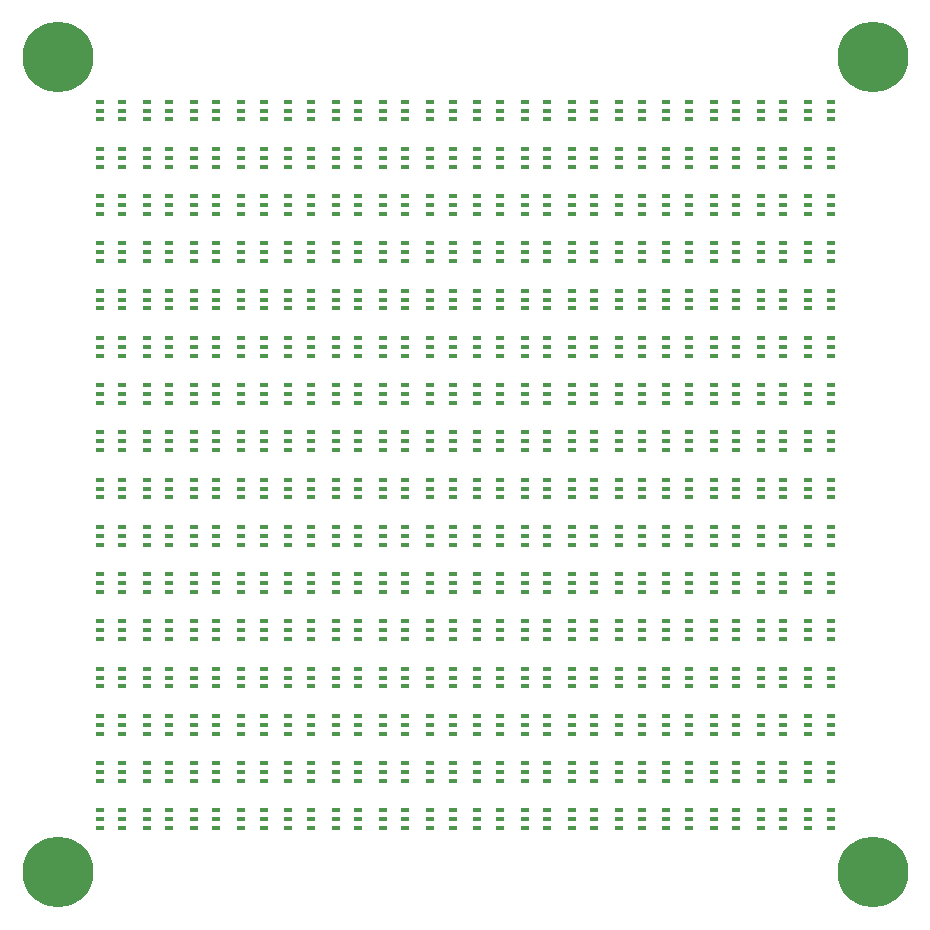
<source format=gbr>
G04 #@! TF.FileFunction,Soldermask,Top*
%FSLAX46Y46*%
G04 Gerber Fmt 4.6, Leading zero omitted, Abs format (unit mm)*
G04 Created by KiCad (PCBNEW 4.0.7) date 05/12/18 12:12:21*
%MOMM*%
%LPD*%
G01*
G04 APERTURE LIST*
%ADD10C,0.100000*%
%ADD11R,0.700000X0.350000*%
%ADD12C,6.000000*%
G04 APERTURE END LIST*
D10*
D11*
X109450000Y-133250000D03*
X107550000Y-133250000D03*
X109450000Y-132500000D03*
X107550000Y-132500000D03*
X109450000Y-131750000D03*
X107550000Y-131750000D03*
X125450000Y-129250000D03*
X123550000Y-129250000D03*
X125450000Y-128500000D03*
X123550000Y-128500000D03*
X125450000Y-127750000D03*
X123550000Y-127750000D03*
X161450000Y-125250000D03*
X159550000Y-125250000D03*
X161450000Y-124500000D03*
X159550000Y-124500000D03*
X161450000Y-123750000D03*
X159550000Y-123750000D03*
X121450000Y-109250000D03*
X119550000Y-109250000D03*
X121450000Y-108500000D03*
X119550000Y-108500000D03*
X121450000Y-107750000D03*
X119550000Y-107750000D03*
D12*
X100000000Y-100000000D03*
X100000000Y-169000000D03*
X169000000Y-169000000D03*
X169000000Y-100000000D03*
D11*
X105450000Y-105250000D03*
X103550000Y-105250000D03*
X105450000Y-104500000D03*
X103550000Y-104500000D03*
X105450000Y-103750000D03*
X103550000Y-103750000D03*
X109450000Y-105250000D03*
X107550000Y-105250000D03*
X109450000Y-104500000D03*
X107550000Y-104500000D03*
X109450000Y-103750000D03*
X107550000Y-103750000D03*
X113450000Y-105250000D03*
X111550000Y-105250000D03*
X113450000Y-104500000D03*
X111550000Y-104500000D03*
X113450000Y-103750000D03*
X111550000Y-103750000D03*
X117450000Y-105250000D03*
X115550000Y-105250000D03*
X117450000Y-104500000D03*
X115550000Y-104500000D03*
X117450000Y-103750000D03*
X115550000Y-103750000D03*
X121450000Y-105250000D03*
X119550000Y-105250000D03*
X121450000Y-104500000D03*
X119550000Y-104500000D03*
X121450000Y-103750000D03*
X119550000Y-103750000D03*
X125450000Y-105250000D03*
X123550000Y-105250000D03*
X125450000Y-104500000D03*
X123550000Y-104500000D03*
X125450000Y-103750000D03*
X123550000Y-103750000D03*
X129450000Y-105250000D03*
X127550000Y-105250000D03*
X129450000Y-104500000D03*
X127550000Y-104500000D03*
X129450000Y-103750000D03*
X127550000Y-103750000D03*
X133450000Y-105250000D03*
X131550000Y-105250000D03*
X133450000Y-104500000D03*
X131550000Y-104500000D03*
X133450000Y-103750000D03*
X131550000Y-103750000D03*
X137450000Y-105250000D03*
X135550000Y-105250000D03*
X137450000Y-104500000D03*
X135550000Y-104500000D03*
X137450000Y-103750000D03*
X135550000Y-103750000D03*
X141450000Y-105250000D03*
X139550000Y-105250000D03*
X141450000Y-104500000D03*
X139550000Y-104500000D03*
X141450000Y-103750000D03*
X139550000Y-103750000D03*
X145450000Y-105250000D03*
X143550000Y-105250000D03*
X145450000Y-104500000D03*
X143550000Y-104500000D03*
X145450000Y-103750000D03*
X143550000Y-103750000D03*
X149450000Y-105250000D03*
X147550000Y-105250000D03*
X149450000Y-104500000D03*
X147550000Y-104500000D03*
X149450000Y-103750000D03*
X147550000Y-103750000D03*
X153450000Y-105250000D03*
X151550000Y-105250000D03*
X153450000Y-104500000D03*
X151550000Y-104500000D03*
X153450000Y-103750000D03*
X151550000Y-103750000D03*
X157450000Y-105250000D03*
X155550000Y-105250000D03*
X157450000Y-104500000D03*
X155550000Y-104500000D03*
X157450000Y-103750000D03*
X155550000Y-103750000D03*
X161450000Y-105250000D03*
X159550000Y-105250000D03*
X161450000Y-104500000D03*
X159550000Y-104500000D03*
X161450000Y-103750000D03*
X159550000Y-103750000D03*
X165450000Y-105250000D03*
X163550000Y-105250000D03*
X165450000Y-104500000D03*
X163550000Y-104500000D03*
X165450000Y-103750000D03*
X163550000Y-103750000D03*
X105450000Y-109250000D03*
X103550000Y-109250000D03*
X105450000Y-108500000D03*
X103550000Y-108500000D03*
X105450000Y-107750000D03*
X103550000Y-107750000D03*
X109450000Y-109250000D03*
X107550000Y-109250000D03*
X109450000Y-108500000D03*
X107550000Y-108500000D03*
X109450000Y-107750000D03*
X107550000Y-107750000D03*
X113450000Y-109250000D03*
X111550000Y-109250000D03*
X113450000Y-108500000D03*
X111550000Y-108500000D03*
X113450000Y-107750000D03*
X111550000Y-107750000D03*
X117450000Y-109250000D03*
X115550000Y-109250000D03*
X117450000Y-108500000D03*
X115550000Y-108500000D03*
X117450000Y-107750000D03*
X115550000Y-107750000D03*
X125450000Y-109250000D03*
X123550000Y-109250000D03*
X125450000Y-108500000D03*
X123550000Y-108500000D03*
X125450000Y-107750000D03*
X123550000Y-107750000D03*
X129450000Y-109250000D03*
X127550000Y-109250000D03*
X129450000Y-108500000D03*
X127550000Y-108500000D03*
X129450000Y-107750000D03*
X127550000Y-107750000D03*
X133450000Y-109250000D03*
X131550000Y-109250000D03*
X133450000Y-108500000D03*
X131550000Y-108500000D03*
X133450000Y-107750000D03*
X131550000Y-107750000D03*
X137450000Y-109250000D03*
X135550000Y-109250000D03*
X137450000Y-108500000D03*
X135550000Y-108500000D03*
X137450000Y-107750000D03*
X135550000Y-107750000D03*
X141450000Y-109250000D03*
X139550000Y-109250000D03*
X141450000Y-108500000D03*
X139550000Y-108500000D03*
X141450000Y-107750000D03*
X139550000Y-107750000D03*
X145450000Y-109250000D03*
X143550000Y-109250000D03*
X145450000Y-108500000D03*
X143550000Y-108500000D03*
X145450000Y-107750000D03*
X143550000Y-107750000D03*
X149450000Y-109250000D03*
X147550000Y-109250000D03*
X149450000Y-108500000D03*
X147550000Y-108500000D03*
X149450000Y-107750000D03*
X147550000Y-107750000D03*
X153450000Y-109250000D03*
X151550000Y-109250000D03*
X153450000Y-108500000D03*
X151550000Y-108500000D03*
X153450000Y-107750000D03*
X151550000Y-107750000D03*
X157450000Y-109250000D03*
X155550000Y-109250000D03*
X157450000Y-108500000D03*
X155550000Y-108500000D03*
X157450000Y-107750000D03*
X155550000Y-107750000D03*
X161450000Y-109250000D03*
X159550000Y-109250000D03*
X161450000Y-108500000D03*
X159550000Y-108500000D03*
X161450000Y-107750000D03*
X159550000Y-107750000D03*
X165450000Y-109250000D03*
X163550000Y-109250000D03*
X165450000Y-108500000D03*
X163550000Y-108500000D03*
X165450000Y-107750000D03*
X163550000Y-107750000D03*
X105450000Y-113250000D03*
X103550000Y-113250000D03*
X105450000Y-112500000D03*
X103550000Y-112500000D03*
X105450000Y-111750000D03*
X103550000Y-111750000D03*
X109450000Y-113250000D03*
X107550000Y-113250000D03*
X109450000Y-112500000D03*
X107550000Y-112500000D03*
X109450000Y-111750000D03*
X107550000Y-111750000D03*
X113450000Y-113250000D03*
X111550000Y-113250000D03*
X113450000Y-112500000D03*
X111550000Y-112500000D03*
X113450000Y-111750000D03*
X111550000Y-111750000D03*
X117450000Y-113250000D03*
X115550000Y-113250000D03*
X117450000Y-112500000D03*
X115550000Y-112500000D03*
X117450000Y-111750000D03*
X115550000Y-111750000D03*
X121450000Y-113250000D03*
X119550000Y-113250000D03*
X121450000Y-112500000D03*
X119550000Y-112500000D03*
X121450000Y-111750000D03*
X119550000Y-111750000D03*
X125450000Y-113250000D03*
X123550000Y-113250000D03*
X125450000Y-112500000D03*
X123550000Y-112500000D03*
X125450000Y-111750000D03*
X123550000Y-111750000D03*
X129450000Y-113250000D03*
X127550000Y-113250000D03*
X129450000Y-112500000D03*
X127550000Y-112500000D03*
X129450000Y-111750000D03*
X127550000Y-111750000D03*
X133450000Y-113250000D03*
X131550000Y-113250000D03*
X133450000Y-112500000D03*
X131550000Y-112500000D03*
X133450000Y-111750000D03*
X131550000Y-111750000D03*
X137450000Y-113250000D03*
X135550000Y-113250000D03*
X137450000Y-112500000D03*
X135550000Y-112500000D03*
X137450000Y-111750000D03*
X135550000Y-111750000D03*
X141450000Y-113250000D03*
X139550000Y-113250000D03*
X141450000Y-112500000D03*
X139550000Y-112500000D03*
X141450000Y-111750000D03*
X139550000Y-111750000D03*
X145450000Y-113250000D03*
X143550000Y-113250000D03*
X145450000Y-112500000D03*
X143550000Y-112500000D03*
X145450000Y-111750000D03*
X143550000Y-111750000D03*
X149450000Y-113250000D03*
X147550000Y-113250000D03*
X149450000Y-112500000D03*
X147550000Y-112500000D03*
X149450000Y-111750000D03*
X147550000Y-111750000D03*
X153450000Y-113250000D03*
X151550000Y-113250000D03*
X153450000Y-112500000D03*
X151550000Y-112500000D03*
X153450000Y-111750000D03*
X151550000Y-111750000D03*
X157450000Y-113250000D03*
X155550000Y-113250000D03*
X157450000Y-112500000D03*
X155550000Y-112500000D03*
X157450000Y-111750000D03*
X155550000Y-111750000D03*
X161450000Y-113250000D03*
X159550000Y-113250000D03*
X161450000Y-112500000D03*
X159550000Y-112500000D03*
X161450000Y-111750000D03*
X159550000Y-111750000D03*
X165450000Y-113250000D03*
X163550000Y-113250000D03*
X165450000Y-112500000D03*
X163550000Y-112500000D03*
X165450000Y-111750000D03*
X163550000Y-111750000D03*
X105450000Y-117250000D03*
X103550000Y-117250000D03*
X105450000Y-116500000D03*
X103550000Y-116500000D03*
X105450000Y-115750000D03*
X103550000Y-115750000D03*
X109450000Y-117250000D03*
X107550000Y-117250000D03*
X109450000Y-116500000D03*
X107550000Y-116500000D03*
X109450000Y-115750000D03*
X107550000Y-115750000D03*
X113450000Y-117250000D03*
X111550000Y-117250000D03*
X113450000Y-116500000D03*
X111550000Y-116500000D03*
X113450000Y-115750000D03*
X111550000Y-115750000D03*
X117450000Y-117250000D03*
X115550000Y-117250000D03*
X117450000Y-116500000D03*
X115550000Y-116500000D03*
X117450000Y-115750000D03*
X115550000Y-115750000D03*
X121450000Y-117250000D03*
X119550000Y-117250000D03*
X121450000Y-116500000D03*
X119550000Y-116500000D03*
X121450000Y-115750000D03*
X119550000Y-115750000D03*
X125450000Y-117250000D03*
X123550000Y-117250000D03*
X125450000Y-116500000D03*
X123550000Y-116500000D03*
X125450000Y-115750000D03*
X123550000Y-115750000D03*
X129450000Y-117250000D03*
X127550000Y-117250000D03*
X129450000Y-116500000D03*
X127550000Y-116500000D03*
X129450000Y-115750000D03*
X127550000Y-115750000D03*
X133450000Y-117250000D03*
X131550000Y-117250000D03*
X133450000Y-116500000D03*
X131550000Y-116500000D03*
X133450000Y-115750000D03*
X131550000Y-115750000D03*
X137450000Y-117250000D03*
X135550000Y-117250000D03*
X137450000Y-116500000D03*
X135550000Y-116500000D03*
X137450000Y-115750000D03*
X135550000Y-115750000D03*
X141450000Y-117250000D03*
X139550000Y-117250000D03*
X141450000Y-116500000D03*
X139550000Y-116500000D03*
X141450000Y-115750000D03*
X139550000Y-115750000D03*
X145450000Y-117250000D03*
X143550000Y-117250000D03*
X145450000Y-116500000D03*
X143550000Y-116500000D03*
X145450000Y-115750000D03*
X143550000Y-115750000D03*
X149450000Y-117250000D03*
X147550000Y-117250000D03*
X149450000Y-116500000D03*
X147550000Y-116500000D03*
X149450000Y-115750000D03*
X147550000Y-115750000D03*
X153450000Y-117250000D03*
X151550000Y-117250000D03*
X153450000Y-116500000D03*
X151550000Y-116500000D03*
X153450000Y-115750000D03*
X151550000Y-115750000D03*
X157450000Y-117250000D03*
X155550000Y-117250000D03*
X157450000Y-116500000D03*
X155550000Y-116500000D03*
X157450000Y-115750000D03*
X155550000Y-115750000D03*
X161450000Y-117250000D03*
X159550000Y-117250000D03*
X161450000Y-116500000D03*
X159550000Y-116500000D03*
X161450000Y-115750000D03*
X159550000Y-115750000D03*
X165450000Y-117250000D03*
X163550000Y-117250000D03*
X165450000Y-116500000D03*
X163550000Y-116500000D03*
X165450000Y-115750000D03*
X163550000Y-115750000D03*
X105450000Y-121250000D03*
X103550000Y-121250000D03*
X105450000Y-120500000D03*
X103550000Y-120500000D03*
X105450000Y-119750000D03*
X103550000Y-119750000D03*
X109450000Y-121250000D03*
X107550000Y-121250000D03*
X109450000Y-120500000D03*
X107550000Y-120500000D03*
X109450000Y-119750000D03*
X107550000Y-119750000D03*
X113450000Y-121250000D03*
X111550000Y-121250000D03*
X113450000Y-120500000D03*
X111550000Y-120500000D03*
X113450000Y-119750000D03*
X111550000Y-119750000D03*
X117450000Y-121250000D03*
X115550000Y-121250000D03*
X117450000Y-120500000D03*
X115550000Y-120500000D03*
X117450000Y-119750000D03*
X115550000Y-119750000D03*
X121450000Y-121250000D03*
X119550000Y-121250000D03*
X121450000Y-120500000D03*
X119550000Y-120500000D03*
X121450000Y-119750000D03*
X119550000Y-119750000D03*
X125450000Y-121250000D03*
X123550000Y-121250000D03*
X125450000Y-120500000D03*
X123550000Y-120500000D03*
X125450000Y-119750000D03*
X123550000Y-119750000D03*
X129450000Y-121250000D03*
X127550000Y-121250000D03*
X129450000Y-120500000D03*
X127550000Y-120500000D03*
X129450000Y-119750000D03*
X127550000Y-119750000D03*
X133450000Y-121250000D03*
X131550000Y-121250000D03*
X133450000Y-120500000D03*
X131550000Y-120500000D03*
X133450000Y-119750000D03*
X131550000Y-119750000D03*
X137450000Y-121250000D03*
X135550000Y-121250000D03*
X137450000Y-120500000D03*
X135550000Y-120500000D03*
X137450000Y-119750000D03*
X135550000Y-119750000D03*
X141450000Y-121250000D03*
X139550000Y-121250000D03*
X141450000Y-120500000D03*
X139550000Y-120500000D03*
X141450000Y-119750000D03*
X139550000Y-119750000D03*
X145450000Y-121250000D03*
X143550000Y-121250000D03*
X145450000Y-120500000D03*
X143550000Y-120500000D03*
X145450000Y-119750000D03*
X143550000Y-119750000D03*
X149450000Y-121250000D03*
X147550000Y-121250000D03*
X149450000Y-120500000D03*
X147550000Y-120500000D03*
X149450000Y-119750000D03*
X147550000Y-119750000D03*
X153450000Y-121250000D03*
X151550000Y-121250000D03*
X153450000Y-120500000D03*
X151550000Y-120500000D03*
X153450000Y-119750000D03*
X151550000Y-119750000D03*
X157450000Y-121250000D03*
X155550000Y-121250000D03*
X157450000Y-120500000D03*
X155550000Y-120500000D03*
X157450000Y-119750000D03*
X155550000Y-119750000D03*
X161450000Y-121250000D03*
X159550000Y-121250000D03*
X161450000Y-120500000D03*
X159550000Y-120500000D03*
X161450000Y-119750000D03*
X159550000Y-119750000D03*
X165450000Y-121250000D03*
X163550000Y-121250000D03*
X165450000Y-120500000D03*
X163550000Y-120500000D03*
X165450000Y-119750000D03*
X163550000Y-119750000D03*
X105450000Y-125250000D03*
X103550000Y-125250000D03*
X105450000Y-124500000D03*
X103550000Y-124500000D03*
X105450000Y-123750000D03*
X103550000Y-123750000D03*
X109450000Y-125250000D03*
X107550000Y-125250000D03*
X109450000Y-124500000D03*
X107550000Y-124500000D03*
X109450000Y-123750000D03*
X107550000Y-123750000D03*
X113450000Y-125250000D03*
X111550000Y-125250000D03*
X113450000Y-124500000D03*
X111550000Y-124500000D03*
X113450000Y-123750000D03*
X111550000Y-123750000D03*
X117450000Y-125250000D03*
X115550000Y-125250000D03*
X117450000Y-124500000D03*
X115550000Y-124500000D03*
X117450000Y-123750000D03*
X115550000Y-123750000D03*
X121450000Y-125250000D03*
X119550000Y-125250000D03*
X121450000Y-124500000D03*
X119550000Y-124500000D03*
X121450000Y-123750000D03*
X119550000Y-123750000D03*
X125450000Y-125250000D03*
X123550000Y-125250000D03*
X125450000Y-124500000D03*
X123550000Y-124500000D03*
X125450000Y-123750000D03*
X123550000Y-123750000D03*
X129450000Y-125250000D03*
X127550000Y-125250000D03*
X129450000Y-124500000D03*
X127550000Y-124500000D03*
X129450000Y-123750000D03*
X127550000Y-123750000D03*
X133450000Y-125250000D03*
X131550000Y-125250000D03*
X133450000Y-124500000D03*
X131550000Y-124500000D03*
X133450000Y-123750000D03*
X131550000Y-123750000D03*
X137450000Y-125250000D03*
X135550000Y-125250000D03*
X137450000Y-124500000D03*
X135550000Y-124500000D03*
X137450000Y-123750000D03*
X135550000Y-123750000D03*
X141450000Y-125250000D03*
X139550000Y-125250000D03*
X141450000Y-124500000D03*
X139550000Y-124500000D03*
X141450000Y-123750000D03*
X139550000Y-123750000D03*
X145450000Y-125250000D03*
X143550000Y-125250000D03*
X145450000Y-124500000D03*
X143550000Y-124500000D03*
X145450000Y-123750000D03*
X143550000Y-123750000D03*
X149450000Y-125250000D03*
X147550000Y-125250000D03*
X149450000Y-124500000D03*
X147550000Y-124500000D03*
X149450000Y-123750000D03*
X147550000Y-123750000D03*
X153450000Y-125250000D03*
X151550000Y-125250000D03*
X153450000Y-124500000D03*
X151550000Y-124500000D03*
X153450000Y-123750000D03*
X151550000Y-123750000D03*
X157450000Y-125250000D03*
X155550000Y-125250000D03*
X157450000Y-124500000D03*
X155550000Y-124500000D03*
X157450000Y-123750000D03*
X155550000Y-123750000D03*
X165450000Y-125250000D03*
X163550000Y-125250000D03*
X165450000Y-124500000D03*
X163550000Y-124500000D03*
X165450000Y-123750000D03*
X163550000Y-123750000D03*
X105450000Y-129250000D03*
X103550000Y-129250000D03*
X105450000Y-128500000D03*
X103550000Y-128500000D03*
X105450000Y-127750000D03*
X103550000Y-127750000D03*
X109450000Y-129250000D03*
X107550000Y-129250000D03*
X109450000Y-128500000D03*
X107550000Y-128500000D03*
X109450000Y-127750000D03*
X107550000Y-127750000D03*
X113450000Y-129250000D03*
X111550000Y-129250000D03*
X113450000Y-128500000D03*
X111550000Y-128500000D03*
X113450000Y-127750000D03*
X111550000Y-127750000D03*
X117450000Y-129250000D03*
X115550000Y-129250000D03*
X117450000Y-128500000D03*
X115550000Y-128500000D03*
X117450000Y-127750000D03*
X115550000Y-127750000D03*
X121450000Y-129250000D03*
X119550000Y-129250000D03*
X121450000Y-128500000D03*
X119550000Y-128500000D03*
X121450000Y-127750000D03*
X119550000Y-127750000D03*
X129450000Y-129250000D03*
X127550000Y-129250000D03*
X129450000Y-128500000D03*
X127550000Y-128500000D03*
X129450000Y-127750000D03*
X127550000Y-127750000D03*
X133450000Y-129250000D03*
X131550000Y-129250000D03*
X133450000Y-128500000D03*
X131550000Y-128500000D03*
X133450000Y-127750000D03*
X131550000Y-127750000D03*
X137450000Y-129250000D03*
X135550000Y-129250000D03*
X137450000Y-128500000D03*
X135550000Y-128500000D03*
X137450000Y-127750000D03*
X135550000Y-127750000D03*
X141450000Y-129250000D03*
X139550000Y-129250000D03*
X141450000Y-128500000D03*
X139550000Y-128500000D03*
X141450000Y-127750000D03*
X139550000Y-127750000D03*
X145450000Y-129250000D03*
X143550000Y-129250000D03*
X145450000Y-128500000D03*
X143550000Y-128500000D03*
X145450000Y-127750000D03*
X143550000Y-127750000D03*
X149450000Y-129250000D03*
X147550000Y-129250000D03*
X149450000Y-128500000D03*
X147550000Y-128500000D03*
X149450000Y-127750000D03*
X147550000Y-127750000D03*
X153450000Y-129250000D03*
X151550000Y-129250000D03*
X153450000Y-128500000D03*
X151550000Y-128500000D03*
X153450000Y-127750000D03*
X151550000Y-127750000D03*
X157450000Y-129250000D03*
X155550000Y-129250000D03*
X157450000Y-128500000D03*
X155550000Y-128500000D03*
X157450000Y-127750000D03*
X155550000Y-127750000D03*
X161450000Y-129250000D03*
X159550000Y-129250000D03*
X161450000Y-128500000D03*
X159550000Y-128500000D03*
X161450000Y-127750000D03*
X159550000Y-127750000D03*
X165450000Y-129250000D03*
X163550000Y-129250000D03*
X165450000Y-128500000D03*
X163550000Y-128500000D03*
X165450000Y-127750000D03*
X163550000Y-127750000D03*
X105450000Y-133250000D03*
X103550000Y-133250000D03*
X105450000Y-132500000D03*
X103550000Y-132500000D03*
X105450000Y-131750000D03*
X103550000Y-131750000D03*
X113450000Y-133250000D03*
X111550000Y-133250000D03*
X113450000Y-132500000D03*
X111550000Y-132500000D03*
X113450000Y-131750000D03*
X111550000Y-131750000D03*
X117450000Y-133250000D03*
X115550000Y-133250000D03*
X117450000Y-132500000D03*
X115550000Y-132500000D03*
X117450000Y-131750000D03*
X115550000Y-131750000D03*
X121450000Y-133250000D03*
X119550000Y-133250000D03*
X121450000Y-132500000D03*
X119550000Y-132500000D03*
X121450000Y-131750000D03*
X119550000Y-131750000D03*
X125450000Y-133250000D03*
X123550000Y-133250000D03*
X125450000Y-132500000D03*
X123550000Y-132500000D03*
X125450000Y-131750000D03*
X123550000Y-131750000D03*
X129450000Y-133250000D03*
X127550000Y-133250000D03*
X129450000Y-132500000D03*
X127550000Y-132500000D03*
X129450000Y-131750000D03*
X127550000Y-131750000D03*
X133450000Y-133250000D03*
X131550000Y-133250000D03*
X133450000Y-132500000D03*
X131550000Y-132500000D03*
X133450000Y-131750000D03*
X131550000Y-131750000D03*
X137450000Y-133250000D03*
X135550000Y-133250000D03*
X137450000Y-132500000D03*
X135550000Y-132500000D03*
X137450000Y-131750000D03*
X135550000Y-131750000D03*
X141450000Y-133250000D03*
X139550000Y-133250000D03*
X141450000Y-132500000D03*
X139550000Y-132500000D03*
X141450000Y-131750000D03*
X139550000Y-131750000D03*
X145450000Y-133250000D03*
X143550000Y-133250000D03*
X145450000Y-132500000D03*
X143550000Y-132500000D03*
X145450000Y-131750000D03*
X143550000Y-131750000D03*
X149450000Y-133250000D03*
X147550000Y-133250000D03*
X149450000Y-132500000D03*
X147550000Y-132500000D03*
X149450000Y-131750000D03*
X147550000Y-131750000D03*
X153450000Y-133250000D03*
X151550000Y-133250000D03*
X153450000Y-132500000D03*
X151550000Y-132500000D03*
X153450000Y-131750000D03*
X151550000Y-131750000D03*
X157450000Y-133250000D03*
X155550000Y-133250000D03*
X157450000Y-132500000D03*
X155550000Y-132500000D03*
X157450000Y-131750000D03*
X155550000Y-131750000D03*
X161450000Y-133250000D03*
X159550000Y-133250000D03*
X161450000Y-132500000D03*
X159550000Y-132500000D03*
X161450000Y-131750000D03*
X159550000Y-131750000D03*
X165450000Y-133250000D03*
X163550000Y-133250000D03*
X165450000Y-132500000D03*
X163550000Y-132500000D03*
X165450000Y-131750000D03*
X163550000Y-131750000D03*
X105450000Y-137250000D03*
X103550000Y-137250000D03*
X105450000Y-136500000D03*
X103550000Y-136500000D03*
X105450000Y-135750000D03*
X103550000Y-135750000D03*
X109450000Y-137250000D03*
X107550000Y-137250000D03*
X109450000Y-136500000D03*
X107550000Y-136500000D03*
X109450000Y-135750000D03*
X107550000Y-135750000D03*
X113450000Y-137250000D03*
X111550000Y-137250000D03*
X113450000Y-136500000D03*
X111550000Y-136500000D03*
X113450000Y-135750000D03*
X111550000Y-135750000D03*
X117450000Y-137250000D03*
X115550000Y-137250000D03*
X117450000Y-136500000D03*
X115550000Y-136500000D03*
X117450000Y-135750000D03*
X115550000Y-135750000D03*
X121450000Y-137250000D03*
X119550000Y-137250000D03*
X121450000Y-136500000D03*
X119550000Y-136500000D03*
X121450000Y-135750000D03*
X119550000Y-135750000D03*
X125450000Y-137250000D03*
X123550000Y-137250000D03*
X125450000Y-136500000D03*
X123550000Y-136500000D03*
X125450000Y-135750000D03*
X123550000Y-135750000D03*
X129450000Y-137250000D03*
X127550000Y-137250000D03*
X129450000Y-136500000D03*
X127550000Y-136500000D03*
X129450000Y-135750000D03*
X127550000Y-135750000D03*
X133450000Y-137250000D03*
X131550000Y-137250000D03*
X133450000Y-136500000D03*
X131550000Y-136500000D03*
X133450000Y-135750000D03*
X131550000Y-135750000D03*
X137450000Y-137250000D03*
X135550000Y-137250000D03*
X137450000Y-136500000D03*
X135550000Y-136500000D03*
X137450000Y-135750000D03*
X135550000Y-135750000D03*
X141450000Y-137250000D03*
X139550000Y-137250000D03*
X141450000Y-136500000D03*
X139550000Y-136500000D03*
X141450000Y-135750000D03*
X139550000Y-135750000D03*
X145450000Y-137250000D03*
X143550000Y-137250000D03*
X145450000Y-136500000D03*
X143550000Y-136500000D03*
X145450000Y-135750000D03*
X143550000Y-135750000D03*
X149450000Y-137250000D03*
X147550000Y-137250000D03*
X149450000Y-136500000D03*
X147550000Y-136500000D03*
X149450000Y-135750000D03*
X147550000Y-135750000D03*
X153450000Y-137250000D03*
X151550000Y-137250000D03*
X153450000Y-136500000D03*
X151550000Y-136500000D03*
X153450000Y-135750000D03*
X151550000Y-135750000D03*
X157450000Y-137250000D03*
X155550000Y-137250000D03*
X157450000Y-136500000D03*
X155550000Y-136500000D03*
X157450000Y-135750000D03*
X155550000Y-135750000D03*
X161450000Y-137250000D03*
X159550000Y-137250000D03*
X161450000Y-136500000D03*
X159550000Y-136500000D03*
X161450000Y-135750000D03*
X159550000Y-135750000D03*
X165450000Y-137250000D03*
X163550000Y-137250000D03*
X165450000Y-136500000D03*
X163550000Y-136500000D03*
X165450000Y-135750000D03*
X163550000Y-135750000D03*
X105450000Y-141250000D03*
X103550000Y-141250000D03*
X105450000Y-140500000D03*
X103550000Y-140500000D03*
X105450000Y-139750000D03*
X103550000Y-139750000D03*
X109450000Y-141250000D03*
X107550000Y-141250000D03*
X109450000Y-140500000D03*
X107550000Y-140500000D03*
X109450000Y-139750000D03*
X107550000Y-139750000D03*
X113450000Y-141250000D03*
X111550000Y-141250000D03*
X113450000Y-140500000D03*
X111550000Y-140500000D03*
X113450000Y-139750000D03*
X111550000Y-139750000D03*
X117450000Y-141250000D03*
X115550000Y-141250000D03*
X117450000Y-140500000D03*
X115550000Y-140500000D03*
X117450000Y-139750000D03*
X115550000Y-139750000D03*
X121450000Y-141250000D03*
X119550000Y-141250000D03*
X121450000Y-140500000D03*
X119550000Y-140500000D03*
X121450000Y-139750000D03*
X119550000Y-139750000D03*
X125450000Y-141250000D03*
X123550000Y-141250000D03*
X125450000Y-140500000D03*
X123550000Y-140500000D03*
X125450000Y-139750000D03*
X123550000Y-139750000D03*
X129450000Y-141250000D03*
X127550000Y-141250000D03*
X129450000Y-140500000D03*
X127550000Y-140500000D03*
X129450000Y-139750000D03*
X127550000Y-139750000D03*
X133450000Y-141250000D03*
X131550000Y-141250000D03*
X133450000Y-140500000D03*
X131550000Y-140500000D03*
X133450000Y-139750000D03*
X131550000Y-139750000D03*
X137450000Y-141250000D03*
X135550000Y-141250000D03*
X137450000Y-140500000D03*
X135550000Y-140500000D03*
X137450000Y-139750000D03*
X135550000Y-139750000D03*
X141450000Y-141250000D03*
X139550000Y-141250000D03*
X141450000Y-140500000D03*
X139550000Y-140500000D03*
X141450000Y-139750000D03*
X139550000Y-139750000D03*
X145450000Y-141250000D03*
X143550000Y-141250000D03*
X145450000Y-140500000D03*
X143550000Y-140500000D03*
X145450000Y-139750000D03*
X143550000Y-139750000D03*
X149450000Y-141250000D03*
X147550000Y-141250000D03*
X149450000Y-140500000D03*
X147550000Y-140500000D03*
X149450000Y-139750000D03*
X147550000Y-139750000D03*
X153450000Y-141250000D03*
X151550000Y-141250000D03*
X153450000Y-140500000D03*
X151550000Y-140500000D03*
X153450000Y-139750000D03*
X151550000Y-139750000D03*
X157450000Y-141250000D03*
X155550000Y-141250000D03*
X157450000Y-140500000D03*
X155550000Y-140500000D03*
X157450000Y-139750000D03*
X155550000Y-139750000D03*
X161450000Y-141250000D03*
X159550000Y-141250000D03*
X161450000Y-140500000D03*
X159550000Y-140500000D03*
X161450000Y-139750000D03*
X159550000Y-139750000D03*
X165450000Y-141250000D03*
X163550000Y-141250000D03*
X165450000Y-140500000D03*
X163550000Y-140500000D03*
X165450000Y-139750000D03*
X163550000Y-139750000D03*
X105450000Y-145250000D03*
X103550000Y-145250000D03*
X105450000Y-144500000D03*
X103550000Y-144500000D03*
X105450000Y-143750000D03*
X103550000Y-143750000D03*
X109450000Y-145250000D03*
X107550000Y-145250000D03*
X109450000Y-144500000D03*
X107550000Y-144500000D03*
X109450000Y-143750000D03*
X107550000Y-143750000D03*
X113450000Y-145250000D03*
X111550000Y-145250000D03*
X113450000Y-144500000D03*
X111550000Y-144500000D03*
X113450000Y-143750000D03*
X111550000Y-143750000D03*
X117450000Y-145250000D03*
X115550000Y-145250000D03*
X117450000Y-144500000D03*
X115550000Y-144500000D03*
X117450000Y-143750000D03*
X115550000Y-143750000D03*
X121450000Y-145250000D03*
X119550000Y-145250000D03*
X121450000Y-144500000D03*
X119550000Y-144500000D03*
X121450000Y-143750000D03*
X119550000Y-143750000D03*
X125450000Y-145250000D03*
X123550000Y-145250000D03*
X125450000Y-144500000D03*
X123550000Y-144500000D03*
X125450000Y-143750000D03*
X123550000Y-143750000D03*
X129450000Y-145250000D03*
X127550000Y-145250000D03*
X129450000Y-144500000D03*
X127550000Y-144500000D03*
X129450000Y-143750000D03*
X127550000Y-143750000D03*
X133450000Y-145250000D03*
X131550000Y-145250000D03*
X133450000Y-144500000D03*
X131550000Y-144500000D03*
X133450000Y-143750000D03*
X131550000Y-143750000D03*
X137450000Y-145250000D03*
X135550000Y-145250000D03*
X137450000Y-144500000D03*
X135550000Y-144500000D03*
X137450000Y-143750000D03*
X135550000Y-143750000D03*
X141450000Y-145250000D03*
X139550000Y-145250000D03*
X141450000Y-144500000D03*
X139550000Y-144500000D03*
X141450000Y-143750000D03*
X139550000Y-143750000D03*
X145450000Y-145250000D03*
X143550000Y-145250000D03*
X145450000Y-144500000D03*
X143550000Y-144500000D03*
X145450000Y-143750000D03*
X143550000Y-143750000D03*
X149450000Y-145250000D03*
X147550000Y-145250000D03*
X149450000Y-144500000D03*
X147550000Y-144500000D03*
X149450000Y-143750000D03*
X147550000Y-143750000D03*
X153450000Y-145250000D03*
X151550000Y-145250000D03*
X153450000Y-144500000D03*
X151550000Y-144500000D03*
X153450000Y-143750000D03*
X151550000Y-143750000D03*
X157450000Y-145250000D03*
X155550000Y-145250000D03*
X157450000Y-144500000D03*
X155550000Y-144500000D03*
X157450000Y-143750000D03*
X155550000Y-143750000D03*
X161450000Y-145250000D03*
X159550000Y-145250000D03*
X161450000Y-144500000D03*
X159550000Y-144500000D03*
X161450000Y-143750000D03*
X159550000Y-143750000D03*
X165450000Y-145250000D03*
X163550000Y-145250000D03*
X165450000Y-144500000D03*
X163550000Y-144500000D03*
X165450000Y-143750000D03*
X163550000Y-143750000D03*
X105450000Y-149250000D03*
X103550000Y-149250000D03*
X105450000Y-148500000D03*
X103550000Y-148500000D03*
X105450000Y-147750000D03*
X103550000Y-147750000D03*
X109450000Y-149250000D03*
X107550000Y-149250000D03*
X109450000Y-148500000D03*
X107550000Y-148500000D03*
X109450000Y-147750000D03*
X107550000Y-147750000D03*
X113450000Y-149250000D03*
X111550000Y-149250000D03*
X113450000Y-148500000D03*
X111550000Y-148500000D03*
X113450000Y-147750000D03*
X111550000Y-147750000D03*
X117450000Y-149250000D03*
X115550000Y-149250000D03*
X117450000Y-148500000D03*
X115550000Y-148500000D03*
X117450000Y-147750000D03*
X115550000Y-147750000D03*
X121450000Y-149250000D03*
X119550000Y-149250000D03*
X121450000Y-148500000D03*
X119550000Y-148500000D03*
X121450000Y-147750000D03*
X119550000Y-147750000D03*
X125450000Y-149250000D03*
X123550000Y-149250000D03*
X125450000Y-148500000D03*
X123550000Y-148500000D03*
X125450000Y-147750000D03*
X123550000Y-147750000D03*
X129450000Y-149250000D03*
X127550000Y-149250000D03*
X129450000Y-148500000D03*
X127550000Y-148500000D03*
X129450000Y-147750000D03*
X127550000Y-147750000D03*
X133450000Y-149250000D03*
X131550000Y-149250000D03*
X133450000Y-148500000D03*
X131550000Y-148500000D03*
X133450000Y-147750000D03*
X131550000Y-147750000D03*
X137450000Y-149250000D03*
X135550000Y-149250000D03*
X137450000Y-148500000D03*
X135550000Y-148500000D03*
X137450000Y-147750000D03*
X135550000Y-147750000D03*
X141450000Y-149250000D03*
X139550000Y-149250000D03*
X141450000Y-148500000D03*
X139550000Y-148500000D03*
X141450000Y-147750000D03*
X139550000Y-147750000D03*
X145450000Y-149250000D03*
X143550000Y-149250000D03*
X145450000Y-148500000D03*
X143550000Y-148500000D03*
X145450000Y-147750000D03*
X143550000Y-147750000D03*
X149450000Y-149250000D03*
X147550000Y-149250000D03*
X149450000Y-148500000D03*
X147550000Y-148500000D03*
X149450000Y-147750000D03*
X147550000Y-147750000D03*
X153450000Y-149250000D03*
X151550000Y-149250000D03*
X153450000Y-148500000D03*
X151550000Y-148500000D03*
X153450000Y-147750000D03*
X151550000Y-147750000D03*
X157450000Y-149250000D03*
X155550000Y-149250000D03*
X157450000Y-148500000D03*
X155550000Y-148500000D03*
X157450000Y-147750000D03*
X155550000Y-147750000D03*
X161450000Y-149250000D03*
X159550000Y-149250000D03*
X161450000Y-148500000D03*
X159550000Y-148500000D03*
X161450000Y-147750000D03*
X159550000Y-147750000D03*
X165450000Y-149250000D03*
X163550000Y-149250000D03*
X165450000Y-148500000D03*
X163550000Y-148500000D03*
X165450000Y-147750000D03*
X163550000Y-147750000D03*
X105450000Y-153250000D03*
X103550000Y-153250000D03*
X105450000Y-152500000D03*
X103550000Y-152500000D03*
X105450000Y-151750000D03*
X103550000Y-151750000D03*
X109450000Y-153250000D03*
X107550000Y-153250000D03*
X109450000Y-152500000D03*
X107550000Y-152500000D03*
X109450000Y-151750000D03*
X107550000Y-151750000D03*
X113450000Y-153250000D03*
X111550000Y-153250000D03*
X113450000Y-152500000D03*
X111550000Y-152500000D03*
X113450000Y-151750000D03*
X111550000Y-151750000D03*
X117450000Y-153250000D03*
X115550000Y-153250000D03*
X117450000Y-152500000D03*
X115550000Y-152500000D03*
X117450000Y-151750000D03*
X115550000Y-151750000D03*
X121450000Y-153250000D03*
X119550000Y-153250000D03*
X121450000Y-152500000D03*
X119550000Y-152500000D03*
X121450000Y-151750000D03*
X119550000Y-151750000D03*
X125450000Y-153250000D03*
X123550000Y-153250000D03*
X125450000Y-152500000D03*
X123550000Y-152500000D03*
X125450000Y-151750000D03*
X123550000Y-151750000D03*
X129450000Y-153250000D03*
X127550000Y-153250000D03*
X129450000Y-152500000D03*
X127550000Y-152500000D03*
X129450000Y-151750000D03*
X127550000Y-151750000D03*
X133450000Y-153250000D03*
X131550000Y-153250000D03*
X133450000Y-152500000D03*
X131550000Y-152500000D03*
X133450000Y-151750000D03*
X131550000Y-151750000D03*
X137450000Y-153250000D03*
X135550000Y-153250000D03*
X137450000Y-152500000D03*
X135550000Y-152500000D03*
X137450000Y-151750000D03*
X135550000Y-151750000D03*
X141450000Y-153250000D03*
X139550000Y-153250000D03*
X141450000Y-152500000D03*
X139550000Y-152500000D03*
X141450000Y-151750000D03*
X139550000Y-151750000D03*
X145450000Y-153250000D03*
X143550000Y-153250000D03*
X145450000Y-152500000D03*
X143550000Y-152500000D03*
X145450000Y-151750000D03*
X143550000Y-151750000D03*
X149450000Y-153250000D03*
X147550000Y-153250000D03*
X149450000Y-152500000D03*
X147550000Y-152500000D03*
X149450000Y-151750000D03*
X147550000Y-151750000D03*
X153450000Y-153250000D03*
X151550000Y-153250000D03*
X153450000Y-152500000D03*
X151550000Y-152500000D03*
X153450000Y-151750000D03*
X151550000Y-151750000D03*
X157450000Y-153250000D03*
X155550000Y-153250000D03*
X157450000Y-152500000D03*
X155550000Y-152500000D03*
X157450000Y-151750000D03*
X155550000Y-151750000D03*
X161450000Y-153250000D03*
X159550000Y-153250000D03*
X161450000Y-152500000D03*
X159550000Y-152500000D03*
X161450000Y-151750000D03*
X159550000Y-151750000D03*
X165450000Y-153250000D03*
X163550000Y-153250000D03*
X165450000Y-152500000D03*
X163550000Y-152500000D03*
X165450000Y-151750000D03*
X163550000Y-151750000D03*
X105450000Y-157250000D03*
X103550000Y-157250000D03*
X105450000Y-156500000D03*
X103550000Y-156500000D03*
X105450000Y-155750000D03*
X103550000Y-155750000D03*
X109450000Y-157250000D03*
X107550000Y-157250000D03*
X109450000Y-156500000D03*
X107550000Y-156500000D03*
X109450000Y-155750000D03*
X107550000Y-155750000D03*
X113450000Y-157250000D03*
X111550000Y-157250000D03*
X113450000Y-156500000D03*
X111550000Y-156500000D03*
X113450000Y-155750000D03*
X111550000Y-155750000D03*
X117450000Y-157250000D03*
X115550000Y-157250000D03*
X117450000Y-156500000D03*
X115550000Y-156500000D03*
X117450000Y-155750000D03*
X115550000Y-155750000D03*
X121450000Y-157250000D03*
X119550000Y-157250000D03*
X121450000Y-156500000D03*
X119550000Y-156500000D03*
X121450000Y-155750000D03*
X119550000Y-155750000D03*
X125450000Y-157250000D03*
X123550000Y-157250000D03*
X125450000Y-156500000D03*
X123550000Y-156500000D03*
X125450000Y-155750000D03*
X123550000Y-155750000D03*
X129450000Y-157250000D03*
X127550000Y-157250000D03*
X129450000Y-156500000D03*
X127550000Y-156500000D03*
X129450000Y-155750000D03*
X127550000Y-155750000D03*
X133450000Y-157250000D03*
X131550000Y-157250000D03*
X133450000Y-156500000D03*
X131550000Y-156500000D03*
X133450000Y-155750000D03*
X131550000Y-155750000D03*
X137450000Y-157250000D03*
X135550000Y-157250000D03*
X137450000Y-156500000D03*
X135550000Y-156500000D03*
X137450000Y-155750000D03*
X135550000Y-155750000D03*
X141450000Y-157250000D03*
X139550000Y-157250000D03*
X141450000Y-156500000D03*
X139550000Y-156500000D03*
X141450000Y-155750000D03*
X139550000Y-155750000D03*
X145450000Y-157250000D03*
X143550000Y-157250000D03*
X145450000Y-156500000D03*
X143550000Y-156500000D03*
X145450000Y-155750000D03*
X143550000Y-155750000D03*
X149450000Y-157250000D03*
X147550000Y-157250000D03*
X149450000Y-156500000D03*
X147550000Y-156500000D03*
X149450000Y-155750000D03*
X147550000Y-155750000D03*
X153450000Y-157250000D03*
X151550000Y-157250000D03*
X153450000Y-156500000D03*
X151550000Y-156500000D03*
X153450000Y-155750000D03*
X151550000Y-155750000D03*
X157450000Y-157250000D03*
X155550000Y-157250000D03*
X157450000Y-156500000D03*
X155550000Y-156500000D03*
X157450000Y-155750000D03*
X155550000Y-155750000D03*
X161450000Y-157250000D03*
X159550000Y-157250000D03*
X161450000Y-156500000D03*
X159550000Y-156500000D03*
X161450000Y-155750000D03*
X159550000Y-155750000D03*
X165450000Y-157250000D03*
X163550000Y-157250000D03*
X165450000Y-156500000D03*
X163550000Y-156500000D03*
X165450000Y-155750000D03*
X163550000Y-155750000D03*
X105450000Y-161250000D03*
X103550000Y-161250000D03*
X105450000Y-160500000D03*
X103550000Y-160500000D03*
X105450000Y-159750000D03*
X103550000Y-159750000D03*
X109450000Y-161250000D03*
X107550000Y-161250000D03*
X109450000Y-160500000D03*
X107550000Y-160500000D03*
X109450000Y-159750000D03*
X107550000Y-159750000D03*
X113450000Y-161250000D03*
X111550000Y-161250000D03*
X113450000Y-160500000D03*
X111550000Y-160500000D03*
X113450000Y-159750000D03*
X111550000Y-159750000D03*
X117450000Y-161250000D03*
X115550000Y-161250000D03*
X117450000Y-160500000D03*
X115550000Y-160500000D03*
X117450000Y-159750000D03*
X115550000Y-159750000D03*
X121450000Y-161250000D03*
X119550000Y-161250000D03*
X121450000Y-160500000D03*
X119550000Y-160500000D03*
X121450000Y-159750000D03*
X119550000Y-159750000D03*
X125450000Y-161250000D03*
X123550000Y-161250000D03*
X125450000Y-160500000D03*
X123550000Y-160500000D03*
X125450000Y-159750000D03*
X123550000Y-159750000D03*
X129450000Y-161250000D03*
X127550000Y-161250000D03*
X129450000Y-160500000D03*
X127550000Y-160500000D03*
X129450000Y-159750000D03*
X127550000Y-159750000D03*
X133450000Y-161250000D03*
X131550000Y-161250000D03*
X133450000Y-160500000D03*
X131550000Y-160500000D03*
X133450000Y-159750000D03*
X131550000Y-159750000D03*
X137450000Y-161250000D03*
X135550000Y-161250000D03*
X137450000Y-160500000D03*
X135550000Y-160500000D03*
X137450000Y-159750000D03*
X135550000Y-159750000D03*
X141450000Y-161250000D03*
X139550000Y-161250000D03*
X141450000Y-160500000D03*
X139550000Y-160500000D03*
X141450000Y-159750000D03*
X139550000Y-159750000D03*
X145450000Y-161250000D03*
X143550000Y-161250000D03*
X145450000Y-160500000D03*
X143550000Y-160500000D03*
X145450000Y-159750000D03*
X143550000Y-159750000D03*
X149450000Y-161250000D03*
X147550000Y-161250000D03*
X149450000Y-160500000D03*
X147550000Y-160500000D03*
X149450000Y-159750000D03*
X147550000Y-159750000D03*
X153450000Y-161250000D03*
X151550000Y-161250000D03*
X153450000Y-160500000D03*
X151550000Y-160500000D03*
X153450000Y-159750000D03*
X151550000Y-159750000D03*
X157450000Y-161250000D03*
X155550000Y-161250000D03*
X157450000Y-160500000D03*
X155550000Y-160500000D03*
X157450000Y-159750000D03*
X155550000Y-159750000D03*
X161450000Y-161250000D03*
X159550000Y-161250000D03*
X161450000Y-160500000D03*
X159550000Y-160500000D03*
X161450000Y-159750000D03*
X159550000Y-159750000D03*
X165450000Y-161250000D03*
X163550000Y-161250000D03*
X165450000Y-160500000D03*
X163550000Y-160500000D03*
X165450000Y-159750000D03*
X163550000Y-159750000D03*
X105450000Y-165250000D03*
X103550000Y-165250000D03*
X105450000Y-164500000D03*
X103550000Y-164500000D03*
X105450000Y-163750000D03*
X103550000Y-163750000D03*
X109450000Y-165250000D03*
X107550000Y-165250000D03*
X109450000Y-164500000D03*
X107550000Y-164500000D03*
X109450000Y-163750000D03*
X107550000Y-163750000D03*
X113450000Y-165250000D03*
X111550000Y-165250000D03*
X113450000Y-164500000D03*
X111550000Y-164500000D03*
X113450000Y-163750000D03*
X111550000Y-163750000D03*
X117450000Y-165250000D03*
X115550000Y-165250000D03*
X117450000Y-164500000D03*
X115550000Y-164500000D03*
X117450000Y-163750000D03*
X115550000Y-163750000D03*
X121450000Y-165250000D03*
X119550000Y-165250000D03*
X121450000Y-164500000D03*
X119550000Y-164500000D03*
X121450000Y-163750000D03*
X119550000Y-163750000D03*
X125450000Y-165250000D03*
X123550000Y-165250000D03*
X125450000Y-164500000D03*
X123550000Y-164500000D03*
X125450000Y-163750000D03*
X123550000Y-163750000D03*
X129450000Y-165250000D03*
X127550000Y-165250000D03*
X129450000Y-164500000D03*
X127550000Y-164500000D03*
X129450000Y-163750000D03*
X127550000Y-163750000D03*
X133450000Y-165250000D03*
X131550000Y-165250000D03*
X133450000Y-164500000D03*
X131550000Y-164500000D03*
X133450000Y-163750000D03*
X131550000Y-163750000D03*
X137450000Y-165250000D03*
X135550000Y-165250000D03*
X137450000Y-164500000D03*
X135550000Y-164500000D03*
X137450000Y-163750000D03*
X135550000Y-163750000D03*
X141450000Y-165250000D03*
X139550000Y-165250000D03*
X141450000Y-164500000D03*
X139550000Y-164500000D03*
X141450000Y-163750000D03*
X139550000Y-163750000D03*
X145450000Y-165250000D03*
X143550000Y-165250000D03*
X145450000Y-164500000D03*
X143550000Y-164500000D03*
X145450000Y-163750000D03*
X143550000Y-163750000D03*
X149450000Y-165250000D03*
X147550000Y-165250000D03*
X149450000Y-164500000D03*
X147550000Y-164500000D03*
X149450000Y-163750000D03*
X147550000Y-163750000D03*
X153450000Y-165250000D03*
X151550000Y-165250000D03*
X153450000Y-164500000D03*
X151550000Y-164500000D03*
X153450000Y-163750000D03*
X151550000Y-163750000D03*
X157450000Y-165250000D03*
X155550000Y-165250000D03*
X157450000Y-164500000D03*
X155550000Y-164500000D03*
X157450000Y-163750000D03*
X155550000Y-163750000D03*
X161450000Y-165250000D03*
X159550000Y-165250000D03*
X161450000Y-164500000D03*
X159550000Y-164500000D03*
X161450000Y-163750000D03*
X159550000Y-163750000D03*
X165450000Y-165250000D03*
X163550000Y-165250000D03*
X165450000Y-164500000D03*
X163550000Y-164500000D03*
X165450000Y-163750000D03*
X163550000Y-163750000D03*
M02*

</source>
